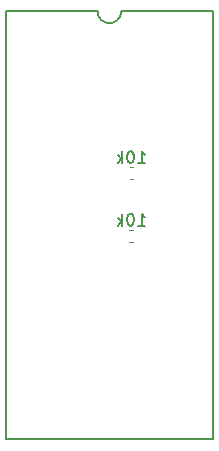
<source format=gbr>
G04 #@! TF.GenerationSoftware,KiCad,Pcbnew,5.0.2+dfsg1-1*
G04 #@! TF.CreationDate,2021-06-16T12:20:31+01:00*
G04 #@! TF.ProjectId,SE PLCC ROM,53452050-4c43-4432-9052-4f4d2e6b6963,rev?*
G04 #@! TF.SameCoordinates,Original*
G04 #@! TF.FileFunction,Legend,Bot*
G04 #@! TF.FilePolarity,Positive*
%FSLAX46Y46*%
G04 Gerber Fmt 4.6, Leading zero omitted, Abs format (unit mm)*
G04 Created by KiCad (PCBNEW 5.0.2+dfsg1-1) date Wed 16 Jun 2021 12:20:31 BST*
%MOMM*%
%LPD*%
G01*
G04 APERTURE LIST*
%ADD10C,0.150000*%
%ADD11C,0.120000*%
G04 APERTURE END LIST*
D10*
X132400000Y-65450000D02*
G75*
G02X130400000Y-65450000I-1000000J0D01*
G01*
X140150000Y-65450000D02*
X132450000Y-65450000D01*
X122650000Y-65450000D02*
X130350000Y-65450000D01*
X122650000Y-65450000D02*
X122650000Y-101700000D01*
X140150000Y-101700000D02*
X122650000Y-101700000D01*
X140150000Y-65450000D02*
X140150000Y-101700000D01*
D11*
G04 #@! TO.C,R2*
X133412779Y-84960000D02*
X133087221Y-84960000D01*
X133412779Y-83940000D02*
X133087221Y-83940000D01*
G04 #@! TO.C,R1*
X133099721Y-79660000D02*
X133425279Y-79660000D01*
X133099721Y-78640000D02*
X133425279Y-78640000D01*
G04 #@! TD*
G04 #@! TO.C,R2*
D10*
X133845238Y-83602380D02*
X134416666Y-83602380D01*
X134130952Y-83602380D02*
X134130952Y-82602380D01*
X134226190Y-82745238D01*
X134321428Y-82840476D01*
X134416666Y-82888095D01*
X133226190Y-82602380D02*
X133130952Y-82602380D01*
X133035714Y-82650000D01*
X132988095Y-82697619D01*
X132940476Y-82792857D01*
X132892857Y-82983333D01*
X132892857Y-83221428D01*
X132940476Y-83411904D01*
X132988095Y-83507142D01*
X133035714Y-83554761D01*
X133130952Y-83602380D01*
X133226190Y-83602380D01*
X133321428Y-83554761D01*
X133369047Y-83507142D01*
X133416666Y-83411904D01*
X133464285Y-83221428D01*
X133464285Y-82983333D01*
X133416666Y-82792857D01*
X133369047Y-82697619D01*
X133321428Y-82650000D01*
X133226190Y-82602380D01*
X132464285Y-83602380D02*
X132464285Y-82602380D01*
X132369047Y-83221428D02*
X132083333Y-83602380D01*
X132083333Y-82935714D02*
X132464285Y-83316666D01*
G04 #@! TO.C,R1*
X133845238Y-78302380D02*
X134416666Y-78302380D01*
X134130952Y-78302380D02*
X134130952Y-77302380D01*
X134226190Y-77445238D01*
X134321428Y-77540476D01*
X134416666Y-77588095D01*
X133226190Y-77302380D02*
X133130952Y-77302380D01*
X133035714Y-77350000D01*
X132988095Y-77397619D01*
X132940476Y-77492857D01*
X132892857Y-77683333D01*
X132892857Y-77921428D01*
X132940476Y-78111904D01*
X132988095Y-78207142D01*
X133035714Y-78254761D01*
X133130952Y-78302380D01*
X133226190Y-78302380D01*
X133321428Y-78254761D01*
X133369047Y-78207142D01*
X133416666Y-78111904D01*
X133464285Y-77921428D01*
X133464285Y-77683333D01*
X133416666Y-77492857D01*
X133369047Y-77397619D01*
X133321428Y-77350000D01*
X133226190Y-77302380D01*
X132464285Y-78302380D02*
X132464285Y-77302380D01*
X132369047Y-77921428D02*
X132083333Y-78302380D01*
X132083333Y-77635714D02*
X132464285Y-78016666D01*
G04 #@! TD*
M02*

</source>
